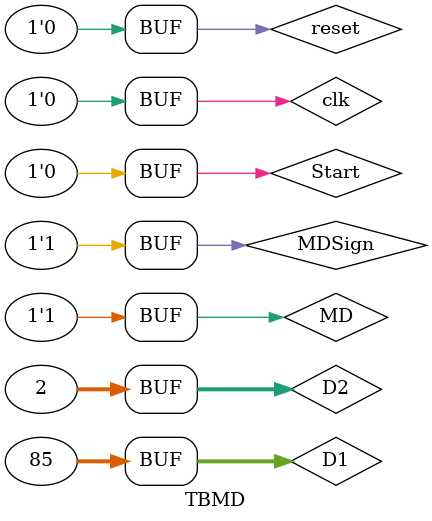
<source format=v>
`timescale 1ns / 1ps


module TBMD;

	// Inputs
	reg clk;
	reg reset;
	reg [31:0] D1;
	reg [31:0] D2;
	reg Start;
	reg MDSign;
	reg MD;

	// Outputs
	wire Busy;
	wire signed [31:0] HI;
	wire signed [31:0] LO;

	// Instantiate the Unit Under Test (UUT)
	MD uut (
		.clk(clk), 
		.reset(reset), 
		.D1(D1), 
		.D2(D2), 
		.Start(Start), 
		.MDSign(MDSign), 
		.MD(MD), 
		.Busy(Busy), 
		.HI(HI), 
		.LO(LO)
	);

	initial begin
		// Initialize Inputs
		clk = 0;
		reset = 0;
		D1 = 0;
		D2 = 0;
		Start = 0;
		MDSign = 1;
		MD = 1;

		D1 = 85;
		D2 = 2;
		// Wait 100 ns for global reset to finish
		#100;
        
		// Add stimulus here

	end
      
endmodule


</source>
